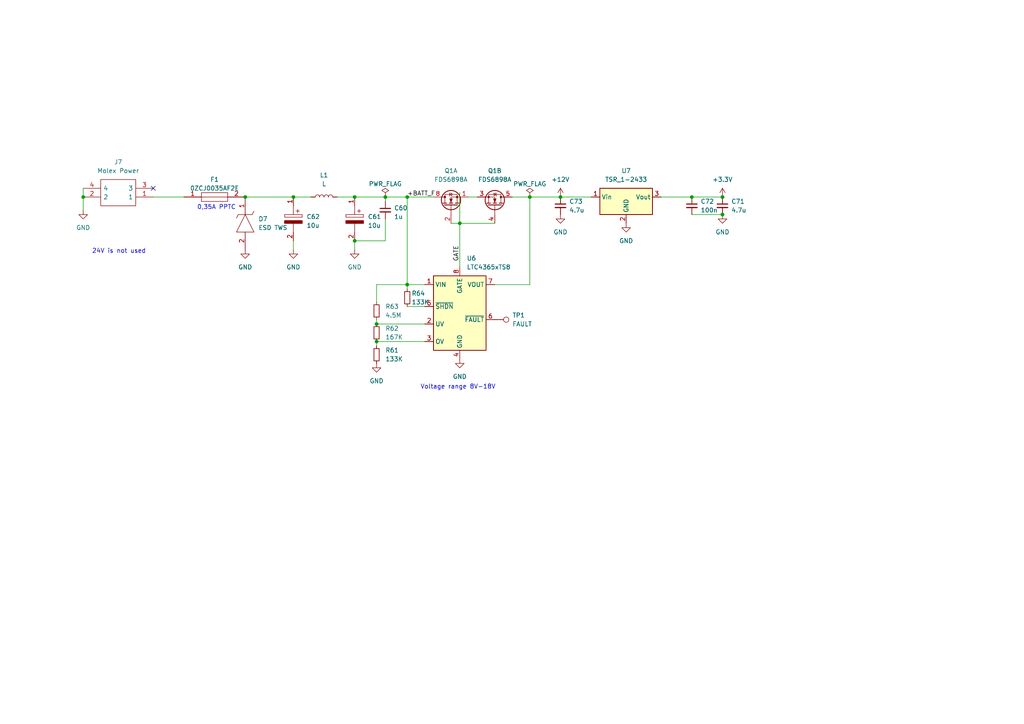
<source format=kicad_sch>
(kicad_sch (version 20230121) (generator eeschema)
  (paper "A4")
  (title_block (title "Telemetry RF module with CAN, GPS and IMU") (rev "1.0") (company "PUT Solar Dynamics") (comment 1 "Mateusz Czarnecki") (comment 2 "Power supply"))
  (lib_symbols
    (symbol "Symbols_RF_module:0ZCJ0035AF2E" (pin_names (offset 0.762))
      (property "Reference" "F" (at 13.97 6.35 0))
      (property "Value" "0ZCJ0035AF2E" (at 13.97 3.81 0))
      (symbol "0ZCJ0035AF2E_0_0"
        (pin passive line (at 0 0 0) (length 5.08) (name "~") (number "1"))
        (pin passive line (at 17.78 0 180) (length 5.08) (name "~") (number "2"))
      )
      (symbol "0ZCJ0035AF2E_0_1"
        (polyline (pts (xy 5.08 0) (xy 12.7 0)) (stroke (width 0.1524)))
        (polyline (pts (xy 5.08 1.27) (xy 12.7 1.27) (xy 12.7 -1.27) (xy 5.08 -1.27) (xy 5.08 1.27)) (stroke (width 0.1524)))
      )
    )
    (symbol "Symbols_RF_module:43045-0401" (pin_names (offset 0.762))
      (property "Reference" "J7" (at 10.16 7.62 0))
      (property "Value" "Molex Power" (at 10.16 5.08 0))
      (symbol "43045-0401_0_0"
        (pin power_out line (at 20.32 -2.54 180) (length 5.08) (name "1") (number "1"))
        (pin passive line (at 0 -2.54 0) (length 5.08) (name "2") (number "2"))
        (pin free line (at 20.32 0 180) (length 5.08) (name "3") (number "3"))
        (pin power_out line (at 0 0 0) (length 5.08) (name "4") (number "4"))
      )
      (symbol "43045-0401_0_1"
        (polyline (pts (xy 5.08 2.54) (xy 15.24 2.54) (xy 15.24 -5.08) (xy 5.08 -5.08) (xy 5.08 2.54)) (stroke (width 0.1524)))
      )
    )
    (symbol "Symbols_RF_module:C_Small" (pin_numbers hide) (pin_names (offset 0.254) hide)
      (property "Reference" "C" (at 0.254 1.778 0))
      (property "Value" "C_Small" (at 0.254 -2.032 0))
      (symbol "C_Small_0_1"
        (polyline (pts (xy -1.524 -0.508) (xy 1.524 -0.508)) (stroke (width 0.3302)))
        (polyline (pts (xy -1.524 0.508) (xy 1.524 0.508)) (stroke (width 0.3048)))
      )
      (symbol "C_Small_1_1"
        (pin passive line (at 0 2.54 270) (length 2.032) (name "~") (number "1"))
        (pin passive line (at 0 -2.54 90) (length 2.032) (name "~") (number "2"))
      )
    )
    (symbol "Symbols_RF_module:EEE-FK1V100R" (pin_names (offset 0.762))
      (property "Reference" "C" (at 8.89 6.35 0))
      (property "Value" "EEE-FK1V100R" (at 8.89 3.81 0))
      (symbol "EEE-FK1V100R_0_0"
        (pin passive line (at 0 0 0) (length 2.54) (name "~") (number "1"))
        (pin passive line (at 12.7 0 180) (length 2.54) (name "~") (number "2"))
      )
      (symbol "EEE-FK1V100R_0_1"
        (polyline (pts (xy 2.54 0) (xy 5.08 0)) (stroke (width 0.1524)))
        (polyline (pts (xy 4.064 1.778) (xy 4.064 0.762)) (stroke (width 0.1524)))
        (polyline (pts (xy 4.572 1.27) (xy 3.556 1.27)) (stroke (width 0.1524)))
        (polyline (pts (xy 7.62 0) (xy 10.16 0)) (stroke (width 0.1524)))
        (polyline (pts (xy 5.08 2.54) (xy 5.08 -2.54) (xy 5.842 -2.54) (xy 5.842 2.54) (xy 5.08 2.54)) (stroke (width 0.1524)))
        (polyline (pts (xy 7.62 2.54) (xy 7.62 -2.54) (xy 6.858 -2.54) (xy 6.858 2.54) (xy 7.62 2.54)) (stroke (width 0.254)) (fill (type outline)))
      )
    )
    (symbol "Symbols_RF_module:FDS6898A" (pin_names hide)
      (property "Reference" "Q" (at 5.08 1.905 0))
      (property "Value" "FDS6898A" (at 5.08 0 0))
      (symbol "FDS6898A_0_1"
        (polyline (pts (xy 0.254 0) (xy -2.54 0)))
        (polyline (pts (xy 0.254 1.905) (xy 0.254 -1.905)) (stroke (width 0.254)))
        (polyline (pts (xy 0.762 -1.27) (xy 0.762 -2.286)) (stroke (width 0.254)))
        (polyline (pts (xy 0.762 0.508) (xy 0.762 -0.508)) (stroke (width 0.254)))
        (polyline (pts (xy 0.762 2.286) (xy 0.762 1.27)) (stroke (width 0.254)))
        (polyline (pts (xy 2.54 2.54) (xy 2.54 1.778)))
        (polyline (pts (xy 2.54 -2.54) (xy 2.54 0) (xy 0.762 0)))
        (polyline (pts (xy 0.762 -1.778) (xy 3.302 -1.778) (xy 3.302 1.778) (xy 0.762 1.778)))
        (polyline (pts (xy 1.016 0) (xy 2.032 0.381) (xy 2.032 -0.381) (xy 1.016 0)) (fill (type outline)))
        (polyline (pts (xy 2.794 0.508) (xy 2.921 0.381) (xy 3.683 0.381) (xy 3.81 0.254)))
        (polyline (pts (xy 3.302 0.381) (xy 2.921 -0.254) (xy 3.683 -0.254) (xy 3.302 0.381)))
        (circle (center 1.651 0) (radius 2.794) (stroke (width 0.254)))
        (circle (center 2.54 -1.778) (radius 0.254) (fill (type outline)))
        (circle (center 2.54 1.778) (radius 0.254) (fill (type outline)))
      )
      (symbol "FDS6898A_1_1"
        (pin passive line (at 2.54 -5.08 90) (length 2.54) (name "S1") (number "1"))
        (pin passive line (at -5.08 0 0) (length 2.54) (name "G1") (number "2"))
        (pin passive line (at 2.54 5.08 270) (length 2.54) hide (name "D1") (number "7"))
        (pin passive line (at 2.54 5.08 270) (length 2.54) (name "D1") (number "8"))
      )
      (symbol "FDS6898A_2_1"
        (pin passive line (at 2.54 -5.08 90) (length 2.54) (name "S2") (number "3"))
        (pin passive line (at -5.08 0 0) (length 2.54) (name "G2") (number "4"))
        (pin passive line (at 2.54 5.08 270) (length 2.54) (name "D2") (number "5"))
        (pin passive line (at 2.54 5.08 270) (length 2.54) hide (name "D2") (number "6"))
      )
    )
    (symbol "Symbols_RF_module:L" (pin_numbers hide) (pin_names (offset 1.016) hide)
      (property "Reference" "L" (at -1.27 0 90))
      (property "Value" "L" (at 1.905 0 90))
      (symbol "L_0_1"
        (arc (start 0 -2.54) (mid 0.6323 -1.905) (end 0 -1.27))
        (arc (start 0 -1.27) (mid 0.6323 -0.635) (end 0 0))
        (arc (start 0 0) (mid 0.6323 0.635) (end 0 1.27))
        (arc (start 0 1.27) (mid 0.6323 1.905) (end 0 2.54))
      )
      (symbol "L_1_1"
        (pin passive line (at 0 3.81 270) (length 1.27) (name "1") (number "1"))
        (pin passive line (at 0 -3.81 90) (length 1.27) (name "2") (number "2"))
      )
    )
    (symbol "Symbols_RF_module:LTC4365xTS8"
      (property "Reference" "U6" (at 2.0194 12.7 0))
      (property "Value" "LTC4365xTS8" (at 2.0194 10.16 0))
      (symbol "LTC4365xTS8_0_1"
        (rectangle (start -7.62 7.62) (end 7.62 -13.97) (stroke (width 0.254)) (fill (type background)))
      )
      (symbol "LTC4365xTS8_1_1"
        (pin power_in line (at -10.16 5.08 0) (length 2.54) (name "VIN") (number "1"))
        (pin input line (at -10.16 -6.35 0) (length 2.54) (name "UV") (number "2"))
        (pin input line (at -10.16 -11.43 0) (length 2.54) (name "OV") (number "3"))
        (pin power_in line (at 0 -16.51 90) (length 2.54) (name "GND") (number "4"))
        (pin input line (at -10.16 -1.27 0) (length 2.54) (name "~{SHDN}") (number "5"))
        (pin open_collector line (at 10.16 -5.08 180) (length 2.54) (name "~{FAULT}") (number "6"))
        (pin input line (at 10.16 5.08 180) (length 2.54) (name "VOUT") (number "7"))
        (pin output line (at 0 10.16 270) (length 2.54) (name "GATE") (number "8"))
      )
    )
    (symbol "Symbols_RF_module:R_Small" (pin_numbers hide) (pin_names (offset 0.254) hide)
      (property "Reference" "R" (at 0.762 0.508 0))
      (property "Value" "R_Small" (at 0.762 -1.016 0))
      (symbol "R_Small_0_1"
        (rectangle (start -0.762 1.778) (end 0.762 -1.778) (stroke (width 0.2032)))
      )
      (symbol "R_Small_1_1"
        (pin passive line (at 0 2.54 270) (length 0.762) (name "~") (number "1"))
        (pin passive line (at 0 -2.54 90) (length 0.762) (name "~") (number "2"))
      )
    )
    (symbol "Symbols_RF_module:TPSMC24CA" (pin_names (offset 0.762))
      (property "Reference" "D" (at 10.16 8.89 0))
      (property "Value" "TPSMC24CA" (at 10.16 6.35 0))
      (symbol "TPSMC24CA_0_0"
        (pin passive line (at 0 0 0) (length 5.08) (name "~") (number "1"))
        (pin passive line (at 15.24 0 180) (length 5.08) (name "~") (number "2"))
      )
      (symbol "TPSMC24CA_0_1"
        (polyline (pts (xy 4.064 2.54) (xy 5.08 2.032)) (stroke (width 0.1524)))
        (polyline (pts (xy 5.08 -2.032) (xy 5.08 2.032)) (stroke (width 0.1524)))
        (polyline (pts (xy 5.08 -2.032) (xy 6.096 -2.54)) (stroke (width 0.1524)))
        (polyline (pts (xy 5.08 0) (xy 10.16 2.54) (xy 10.16 -2.54) (xy 5.08 0)) (stroke (width 0.1524)))
      )
    )
    (symbol "Symbols_RF_module:TSR_1-2433"
      (property "Reference" "U" (at -7.62 6.35 0))
      (property "Value" "TSR_1-2433" (at -1.27 6.35 0))
      (symbol "TSR_1-2433_0_1"
        (rectangle (start -7.62 5.08) (end 7.62 -2.54) (stroke (width 0.254)) (fill (type background)))
      )
      (symbol "TSR_1-2433_1_1"
        (pin power_in line (at -10.16 2.54 0) (length 2.54) (name "Vin") (number "1"))
        (pin power_in line (at 0 -5.08 90) (length 2.54) (name "GND") (number "2"))
        (pin power_out line (at 10.16 2.54 180) (length 2.54) (name "Vout") (number "3"))
      )
    )
    (symbol "Symbols_RF_module:TestPoint" (pin_numbers hide) (pin_names (offset 0.762) hide)
      (property "Reference" "TP" (at 0 6.858 0))
      (property "Value" "TestPoint" (at 0 5.08 0))
      (symbol "TestPoint_0_1"
        (circle (center 0 3.302) (radius 0.762))
      )
      (symbol "TestPoint_1_1"
        (pin passive line (at 0 0 90) (length 2.54) (name "1") (number "1"))
      )
    )
    (symbol "power:+12V" (power) (pin_names (offset 0))
      (property "Value" "+12V" (at 0 3.556 0))
      (symbol "+12V_0_1"
        (polyline (pts (xy -0.762 1.27) (xy 0 2.54)))
        (polyline (pts (xy 0 0) (xy 0 2.54)))
        (polyline (pts (xy 0 2.54) (xy 0.762 1.27)))
      )
      (symbol "+12V_1_1"
        (pin power_in line (at 0 0 90) (length 0) hide (name "+12V") (number "1"))
      )
    )
    (symbol "power:+3.3V" (power) (pin_names (offset 0))
      (property "Value" "+3.3V" (at 0 3.556 0))
      (symbol "+3.3V_0_1"
        (polyline (pts (xy -0.762 1.27) (xy 0 2.54)))
        (polyline (pts (xy 0 0) (xy 0 2.54)))
        (polyline (pts (xy 0 2.54) (xy 0.762 1.27)))
      )
      (symbol "+3.3V_1_1"
        (pin power_in line (at 0 0 90) (length 0) hide (name "+3.3V") (number "1"))
      )
    )
    (symbol "power:GND" (power) (pin_names (offset 0))
      (property "Value" "GND" (at 0 -3.81 0))
      (symbol "GND_0_1"
        (polyline (pts (xy 0 0) (xy 0 -1.27) (xy 1.27 -1.27) (xy 0 -2.54) (xy -1.27 -1.27) (xy 0 -1.27)))
      )
      (symbol "GND_1_1"
        (pin power_in line (at 0 0 270) (length 0) hide (name "GND") (number "1"))
      )
    )
    (symbol "power:PWR_FLAG" (power) (pin_numbers hide) (pin_names (offset 0) hide)
      (property "Value" "PWR_FLAG" (at 0 3.81 0))
      (symbol "PWR_FLAG_0_0"
        (pin power_out line (at 0 0 90) (length 0) (name "pwr") (number "1"))
      )
      (symbol "PWR_FLAG_0_1"
        (polyline (pts (xy 0 0) (xy 0 1.27) (xy -1.016 1.905) (xy 0 2.54) (xy 1.016 1.905) (xy 0 1.27)))
      )
    )
  )
  (junction (at 153.67 57.15))
  (junction (at 24.13 57.15))
  (junction (at 200.66 57.15))
  (junction (at 71.12 57.15))
  (junction (at 109.22 93.98))
  (junction (at 102.87 69.85))
  (junction (at 133.35 64.77))
  (junction (at 162.56 57.15))
  (junction (at 118.11 57.15))
  (junction (at 209.55 57.15))
  (junction (at 118.11 82.55))
  (junction (at 109.22 99.06))
  (junction (at 209.55 62.23))
  (junction (at 85.09 57.15))
  (junction (at 111.76 57.15))
  (junction (at 102.87 57.15))
  (no_connect (at 44.45 54.61))
  (wire (pts (xy 71.12 57.15) (xy 85.09 57.15)))
  (wire (pts (xy 109.22 93.98) (xy 123.19 93.98)))
  (wire (pts (xy 200.66 57.15) (xy 209.55 57.15)))
  (wire (pts (xy 118.11 57.15) (xy 125.73 57.15)))
  (wire (pts (xy 130.81 64.77) (xy 133.35 64.77)))
  (wire (pts (xy 118.11 57.15) (xy 118.11 82.55)))
  (wire (pts (xy 102.87 57.15) (xy 111.76 57.15)))
  (wire (pts (xy 109.22 99.06) (xy 109.22 100.33)))
  (wire (pts (xy 118.11 83.82) (xy 118.11 82.55)))
  (wire (pts (xy 109.22 92.71) (xy 109.22 93.98)))
  (wire (pts (xy 148.59 57.15) (xy 153.67 57.15)))
  (wire (pts (xy 109.22 99.06) (xy 123.19 99.06)))
  (wire (pts (xy 135.89 57.15) (xy 138.43 57.15)))
  (wire (pts (xy 109.22 87.63) (xy 109.22 82.55)))
  (wire (pts (xy 111.76 63.5) (xy 111.76 69.85)))
  (wire (pts (xy 143.51 82.55) (xy 153.67 82.55)))
  (wire (pts (xy 85.09 57.15) (xy 90.17 57.15)))
  (wire (pts (xy 44.45 57.15) (xy 53.34 57.15)))
  (wire (pts (xy 102.87 72.39) (xy 102.87 69.85)))
  (wire (pts (xy 153.67 57.15) (xy 153.67 82.55)))
  (wire (pts (xy 111.76 58.42) (xy 111.76 57.15)))
  (wire (pts (xy 133.35 64.77) (xy 143.51 64.77)))
  (wire (pts (xy 97.79 57.15) (xy 102.87 57.15)))
  (wire (pts (xy 118.11 88.9) (xy 123.19 88.9)))
  (wire (pts (xy 24.13 57.15) (xy 24.13 60.96)))
  (wire (pts (xy 85.09 69.85) (xy 85.09 72.39)))
  (wire (pts (xy 153.67 57.15) (xy 162.56 57.15)))
  (wire (pts (xy 109.22 82.55) (xy 118.11 82.55)))
  (wire (pts (xy 200.66 62.23) (xy 209.55 62.23)))
  (wire (pts (xy 162.56 57.15) (xy 171.45 57.15)))
  (wire (pts (xy 118.11 82.55) (xy 123.19 82.55)))
  (wire (pts (xy 133.35 55.88) (xy 133.35 64.77)))
  (wire (pts (xy 191.77 57.15) (xy 200.66 57.15)))
  (wire (pts (xy 111.76 57.15) (xy 118.11 57.15)))
  (wire (pts (xy 133.35 64.77) (xy 133.35 77.47)))
  (wire (pts (xy 24.13 54.61) (xy 24.13 57.15)))
  (wire (pts (xy 111.76 69.85) (xy 102.87 69.85)))
  (text "Voltage range 8V-18V" (at 121.92 113.03 0) (effects (font (size 1.27 1.27)) (justify left bottom)))
  (text "0,35A PPTC" (at 57.15 60.96 0) (effects (font (size 1.27 1.27)) (justify left bottom)))
  (text "24V is not used" (at 26.67 73.66 0) (effects (font (size 1.27 1.27)) (justify left bottom)))
  (label "+BATT_F" (at 118.11 57.15 0))
  (label "GATE" (at 133.35 71.12 270))
  (symbol (lib_id "power:GND") (at 71.12 72.39 0) (unit 1)
    (property "Reference" "#PWR0104" (effects hide))
    (property "Value" "GND" (at 71.12 77.47 0))
  )
  (symbol (lib_id "power:PWR_FLAG") (at 111.76 57.15 0) (unit 1)
    (property "Reference" "#FLG05" (effects hide))
    (property "Value" "PWR_FLAG" (at 111.76 53.34 0))
  )
  (symbol (lib_id "power:+3.3V") (at 209.55 57.15 0) (unit 1)
    (property "Reference" "#PWR0126" (effects hide))
    (property "Value" "+3.3V" (at 209.55 52.07 0))
  )
  (symbol (lib_id "Symbols_RF_module:R_Small") (at 109.22 96.52 180) (unit 1)
    (property "Reference" "R62" (at 111.76 95.2499 0) (effects (justify right)))
    (property "Value" "167K" (at 111.76 97.7899 0) (effects (justify right)))
    (property "Footprint" "Resistor_SMD:R_0603_1608Metric_Pad0.98x0.95mm_HandSolder" (effects hide))
  )
  (symbol (lib_id "power:PWR_FLAG") (at 153.67 57.15 0) (unit 1)
    (property "Reference" "#FLG07" (effects hide))
    (property "Value" "PWR_FLAG" (at 153.67 53.34 0))
  )
  (symbol (lib_id "Symbols_RF_module:R_Small") (at 118.11 86.36 0) (unit 1)
    (property "Reference" "R64" (at 119.38 85.09 0) (effects (justify left)))
    (property "Value" "133K" (at 119.38 87.63 0) (effects (justify left)))
    (property "Footprint" "Resistor_SMD:R_0603_1608Metric_Pad0.98x0.95mm_HandSolder" (effects hide))
  )
  (symbol (lib_id "Symbols_RF_module:FDS6898A") (at 130.81 59.69 90) (unit 1)
    (property "Reference" "Q1" (at 130.81 49.53 90))
    (property "Value" "FDS6898A" (at 130.81 52.07 90))
    (property "Footprint" "Package_SO:SOIC-8_3.9x4.9mm_P1.27mm" (effects hide))
    (property "Datasheet" "https://www.onsemi.com/pub/Collateral/FDS6898A-D.PDF" (effects hide))
  )
  (symbol (lib_id "Symbols_RF_module:FDS6898A") (at 143.51 59.69 270) (mirror x) (unit 2)
    (property "Reference" "Q1" (at 143.51 49.53 90))
    (property "Value" "FDS6898A" (at 143.51 52.07 90))
    (property "Footprint" "Package_SO:SOIC-8_3.9x4.9mm_P1.27mm" (effects hide))
    (property "Datasheet" "https://www.onsemi.com/pub/Collateral/FDS6898A-D.PDF" (effects hide))
  )
  (symbol (lib_id "Symbols_RF_module:TSR_1-2433") (at 181.61 59.69 0) (unit 1)
    (property "Reference" "U7" (at 181.61 49.53 0))
    (property "Value" "TSR_1-2433" (at 181.61 52.07 0))
    (property "Footprint" "Converter_DCDC:Converter_DCDC_TRACO_TSR-1_THT" (effects hide))
    (property "Datasheet" "http://www.tracopower.com/products/tsr1.pdf" (effects hide))
  )
  (symbol (lib_id "Symbols_RF_module:R_Small") (at 109.22 102.87 0) (unit 1)
    (property "Reference" "R61" (at 111.76 101.5999 0) (effects (justify left)))
    (property "Value" "133K" (at 111.76 104.1399 0) (effects (justify left)))
    (property "Footprint" "Resistor_SMD:R_0603_1608Metric_Pad0.98x0.95mm_HandSolder" (effects hide))
  )
  (symbol (lib_id "Symbols_RF_module:TestPoint") (at 143.51 92.71 270) (unit 1) (in_bom no)
    (property "Reference" "TP1" (at 148.59 91.4399 90) (effects (justify left)))
    (property "Value" "FAULT" (at 148.59 93.9799 90) (effects (justify left)))
    (property "Footprint" "TestPoint:TestPoint_Pad_D2.0mm" (effects hide))
  )
  (symbol (lib_id "power:GND") (at 109.22 105.41 0) (unit 1)
    (property "Reference" "#PWR06" (effects hide))
    (property "Value" "GND" (at 109.22 110.49 0))
  )
  (symbol (lib_id "Symbols_RF_module:L") (at 93.98 57.15 90) (unit 1)
    (property "Reference" "L1" (at 93.98 50.8 90))
    (property "Value" "L" (at 93.98 53.34 90))
    (property "Footprint" "Inductor_SMD:L_6.3x6.3_H3" (effects hide))
  )
  (symbol (lib_id "Symbols_RF_module:EEE-FK1V100R") (at 85.09 57.15 270) (unit 1)
    (property "Reference" "C62" (at 88.9 62.865 90) (effects (justify left)))
    (property "Value" "10u" (at 88.9 65.405 90) (effects (justify left)))
    (property "Footprint" "SamacSys_Parts:EEE0GA101SR" (effects hide))
    (property "Datasheet" "http://industrial.panasonic.com/cdbs/www-data/pdf/RDE0000/ABA0000C1181.pdf" (effects hide))
    (property "Description" "Aluminum Electrolytic Capacitors - SMD 10uF 35V" (effects hide))
    (property "Height" "6.5" (effects hide))
    (property "Mouser Part Number" "667-EEE-FK1V100R" (effects hide))
    (property "Mouser Price/Stock" "https://www.mouser.co.uk/ProductDetail/Panasonic/EEE-FK1V100R?qs=qE6bgDGEOCsyhLm838k2dA%3D%3D" (effects hide))
    (property "Manufacturer_Name" "Panasonic" (effects hide))
    (property "Manufacturer_Part_Number" "EEE-FK1V100R" (effects hide))
  )
  (symbol (lib_id "power:+12V") (at 162.56 57.15 0) (unit 1)
    (property "Reference" "#PWR010" (effects hide))
    (property "Value" "+12V" (at 162.56 52.07 0))
  )
  (symbol (lib_id "Symbols_RF_module:C_Small") (at 200.66 59.69 0) (unit 1)
    (property "Reference" "C72" (at 203.2 58.4262 0) (effects (justify left)))
    (property "Value" "100n" (at 203.2 60.9662 0) (effects (justify left)))
    (property "Footprint" "Capacitor_SMD:C_0603_1608Metric_Pad1.08x0.95mm_HandSolder" (effects hide))
  )
  (symbol (lib_id "Symbols_RF_module:C_Small") (at 209.55 59.69 0) (unit 1)
    (property "Reference" "C71" (at 212.09 58.4262 0) (effects (justify left)))
    (property "Value" "4.7u" (at 212.09 60.9662 0) (effects (justify left)))
    (property "Footprint" "Capacitor_SMD:C_0603_1608Metric_Pad1.08x0.95mm_HandSolder" (effects hide))
  )
  (symbol (lib_id "power:GND") (at 209.55 62.23 0) (unit 1)
    (property "Reference" "#PWR0148" (effects hide))
    (property "Value" "GND" (at 209.55 67.31 0))
  )
  (symbol (lib_id "power:GND") (at 24.13 60.96 0) (unit 1)
    (property "Reference" "#PWR0102" (effects hide))
    (property "Value" "GND" (at 24.13 66.04 0))
  )
  (symbol (lib_id "Symbols_RF_module:43045-0401") (at 24.13 54.61 0) (unit 1)
    (property "Reference" "J7" (at 34.29 46.99 0))
    (property "Value" "Molex Power" (at 34.29 49.53 0))
    (property "Footprint" "SamacSys_Parts:43045-04_00,01,02,10_" (effects hide))
    (property "Datasheet" "https://www.molex.com/pdm_docs/sd/430450200_sd.pdf" (effects hide))
    (property "Description" "Micro-Fit 3.0 Right-Angle Header, 3.00mm Pitch, Dual Row, 4 Circuits, with Snap-in Plastic Peg PCB Lock" (effects hide))
    (property "Height" "9.9" (effects hide))
    (property "Mouser Part Number" "538-43045-0401" (effects hide))
    (property "Mouser Price/Stock" "https://www.mouser.co.uk/ProductDetail/Molex/43045-0401?qs=UeCeOHRHQebk%2FpH6Gf3ORg%3D%3D" (effects hide))
    (property "Manufacturer_Name" "Molex" (effects hide))
    (property "Manufacturer_Part_Number" "43045-0401" (effects hide))
  )
  (symbol (lib_id "power:GND") (at 85.09 72.39 0) (unit 1)
    (property "Reference" "#PWR0103" (effects hide))
    (property "Value" "GND" (at 85.09 77.47 0))
  )
  (symbol (lib_id "power:GND") (at 162.56 62.23 0) (unit 1)
    (property "Reference" "#PWR011" (effects hide))
    (property "Value" "GND" (at 162.56 67.31 0))
  )
  (symbol (lib_id "power:GND") (at 133.35 104.14 0) (unit 1)
    (property "Reference" "#PWR09" (effects hide))
    (property "Value" "GND" (at 133.35 109.22 0))
  )
  (symbol (lib_id "Symbols_RF_module:R_Small") (at 109.22 90.17 0) (unit 1)
    (property "Reference" "R63" (at 111.76 88.8999 0) (effects (justify left)))
    (property "Value" "4.5M" (at 111.76 91.4399 0) (effects (justify left)))
    (property "Footprint" "Resistor_SMD:R_0603_1608Metric_Pad0.98x0.95mm_HandSolder" (effects hide))
  )
  (symbol (lib_id "Symbols_RF_module:C_Small") (at 162.56 59.69 0) (unit 1)
    (property "Reference" "C73" (at 165.1 58.4262 0) (effects (justify left)))
    (property "Value" "4.7u" (at 165.1 60.9662 0) (effects (justify left)))
    (property "Footprint" "Capacitor_SMD:C_0603_1608Metric_Pad1.08x0.95mm_HandSolder" (effects hide))
  )
  (symbol (lib_id "Symbols_RF_module:C_Small") (at 111.76 60.96 0) (unit 1)
    (property "Reference" "C60" (at 114.3 60.3313 0) (effects (justify left)))
    (property "Value" "1u" (at 114.3 62.8713 0) (effects (justify left)))
    (property "Footprint" "Capacitor_SMD:C_0603_1608Metric_Pad1.08x0.95mm_HandSolder" (effects hide))
  )
  (symbol (lib_id "power:GND") (at 102.87 72.39 0) (unit 1)
    (property "Reference" "#PWR055" (effects hide))
    (property "Value" "GND" (at 102.87 77.47 0))
  )
  (symbol (lib_id "power:GND") (at 181.61 64.77 0) (unit 1)
    (property "Reference" "#PWR0125" (effects hide))
    (property "Value" "GND" (at 181.61 69.85 0))
  )
  (symbol (lib_id "Symbols_RF_module:LTC4365xTS8") (at 133.35 87.63 0) (unit 1)
    (property "Reference" "U6" (at 135.3694 74.93 0) (effects (justify left)))
    (property "Value" "LTC4365xTS8" (at 135.3694 77.47 0) (effects (justify left)))
    (property "Footprint" "Package_TO_SOT_SMD:TSOT-23-8" (effects hide))
    (property "Datasheet" "https://www.analog.com/media/en/technical-documentation/data-sheets/4365fa.pdf" (effects hide))
  )
  (symbol (lib_id "Symbols_RF_module:EEE-FK1V100R") (at 102.87 57.15 270) (unit 1)
    (property "Reference" "C61" (at 106.68 62.865 90) (effects (justify left)))
    (property "Value" "10u" (at 106.68 65.405 90) (effects (justify left)))
    (property "Footprint" "SamacSys_Parts:EEE0GA101SR" (effects hide))
    (property "Datasheet" "http://industrial.panasonic.com/cdbs/www-data/pdf/RDE0000/ABA0000C1181.pdf" (effects hide))
    (property "Description" "Aluminum Electrolytic Capacitors - SMD 10uF 35V" (effects hide))
    (property "Height" "6.5" (effects hide))
    (property "Mouser Part Number" "667-EEE-FK1V100R" (effects hide))
    (property "Mouser Price/Stock" "https://www.mouser.co.uk/ProductDetail/Panasonic/EEE-FK1V100R?qs=qE6bgDGEOCsyhLm838k2dA%3D%3D" (effects hide))
    (property "Manufacturer_Name" "Panasonic" (effects hide))
    (property "Manufacturer_Part_Number" "EEE-FK1V100R" (effects hide))
  )
  (symbol (lib_id "Symbols_RF_module:TPSMC24CA") (at 71.12 57.15 270) (unit 1)
    (property "Reference" "D7" (at 74.93 63.5 90) (effects (justify left)))
    (property "Value" "ESD TWS" (at 74.93 66.04 90) (effects (justify left)))
    (property "Footprint" "SamacSys_Parts:DIONM7959X262N" (effects hide))
    (property "Datasheet" "https://www.littelfuse.com/~/media/electronics/datasheets/tvs_diodes/littelfuse_tvs_diode_tpsmc_datasheet.pdf.pdf" (effects hide))
    (property "Description" "ESD Suppressors / TVS Diodes 1.5kW 24V AEC-Q101 5% Bi-Directional" (effects hide))
    (property "Height" "2.62" (effects hide))
    (property "Mouser Part Number" "576-TPSMC24CA" (effects hide))
    (property "Mouser Price/Stock" "https://www.mouser.co.uk/ProductDetail/Littelfuse/TPSMC24CA?qs=zmZlODDdFbAQ7mtNuPyMKg%3D%3D" (effects hide))
    (property "Manufacturer_Name" "LITTELFUSE" (effects hide))
    (property "Manufacturer_Part_Number" "TPSMC24CA" (effects hide))
  )
  (symbol (lib_id "Symbols_RF_module:0ZCJ0035AF2E") (at 53.34 57.15 0) (unit 1)
    (property "Reference" "F1" (at 62.23 52.07 0))
    (property "Value" "0ZCJ0035AF2E" (at 62.23 54.61 0))
    (property "Footprint" "SamacSys_Parts:FUSC3216X130N" (effects hide))
    (property "Datasheet" "https://nz.mouser.com/datasheet/2/643/0ZCJ_Nov2016-1132002.pdf" (effects hide))
    (property "Description" "Resettable Fuses - PPTC Fuse" (effects hide))
    (property "Height" "1.3" (effects hide))
    (property "Mouser Part Number" "530-0ZCJ0035AF2E" (effects hide))
    (property "Manufacturer_Name" "Bel" (effects hide))
    (property "Manufacturer_Part_Number" "0ZCJ0035AF2E" (effects hide))
  )
)
</source>
